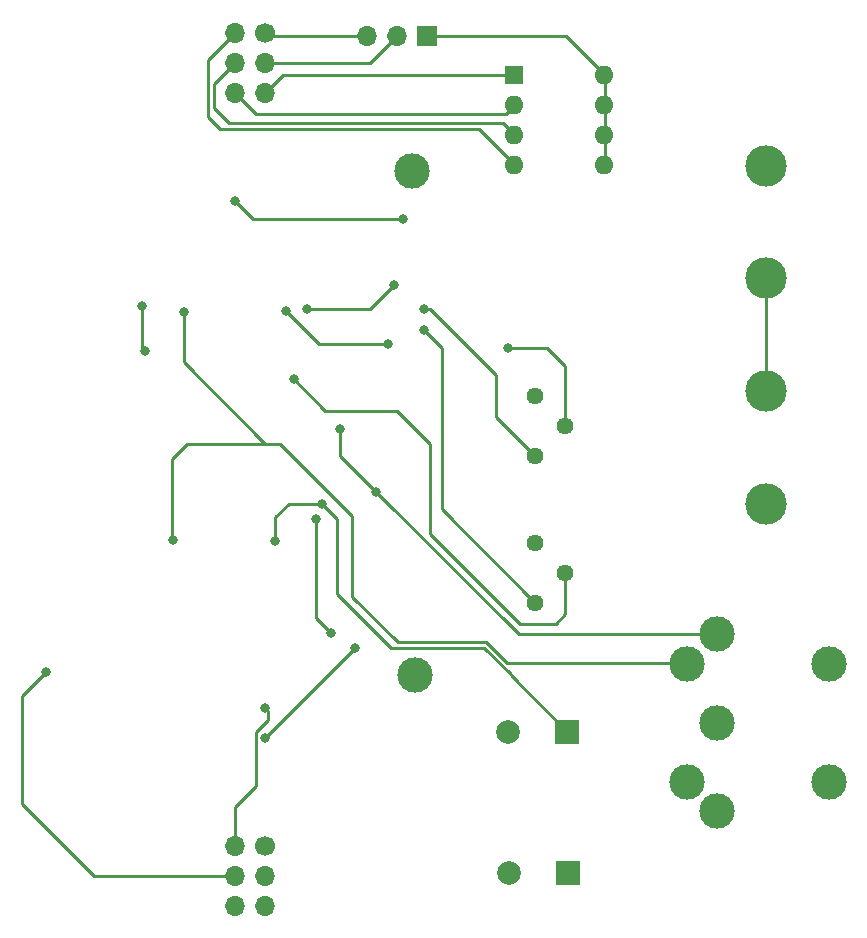
<source format=gbr>
%TF.GenerationSoftware,KiCad,Pcbnew,(7.0.0)*%
%TF.CreationDate,2024-02-23T19:06:02-08:00*%
%TF.ProjectId,Bottom_Board,426f7474-6f6d-45f4-926f-6172642e6b69,0*%
%TF.SameCoordinates,Original*%
%TF.FileFunction,Copper,L1,Top*%
%TF.FilePolarity,Positive*%
%FSLAX46Y46*%
G04 Gerber Fmt 4.6, Leading zero omitted, Abs format (unit mm)*
G04 Created by KiCad (PCBNEW (7.0.0)) date 2024-02-23 19:06:02*
%MOMM*%
%LPD*%
G01*
G04 APERTURE LIST*
%TA.AperFunction,ComponentPad*%
%ADD10C,1.700000*%
%TD*%
%TA.AperFunction,ComponentPad*%
%ADD11O,1.700000X1.700000*%
%TD*%
%TA.AperFunction,ComponentPad*%
%ADD12C,1.440000*%
%TD*%
%TA.AperFunction,ComponentPad*%
%ADD13C,3.500000*%
%TD*%
%TA.AperFunction,ComponentPad*%
%ADD14C,3.000000*%
%TD*%
%TA.AperFunction,ComponentPad*%
%ADD15R,1.600000X1.600000*%
%TD*%
%TA.AperFunction,ComponentPad*%
%ADD16O,1.600000X1.600000*%
%TD*%
%TA.AperFunction,ComponentPad*%
%ADD17R,2.000000X2.000000*%
%TD*%
%TA.AperFunction,ComponentPad*%
%ADD18C,2.000000*%
%TD*%
%TA.AperFunction,ComponentPad*%
%ADD19R,1.700000X1.700000*%
%TD*%
%TA.AperFunction,ViaPad*%
%ADD20C,0.800000*%
%TD*%
%TA.AperFunction,Conductor*%
%ADD21C,0.250000*%
%TD*%
G04 APERTURE END LIST*
D10*
%TO.P,J1,1,Pin_1*%
%TO.N,TX*%
X123698000Y-68326000D03*
D11*
%TO.P,J1,2,Pin_2*%
%TO.N,D44*%
X121157999Y-68325999D03*
%TO.P,J1,3,Pin_3*%
%TO.N,RX*%
X123697999Y-70865999D03*
%TO.P,J1,4,Pin_4*%
%TO.N,D43*%
X121157999Y-70865999D03*
%TO.P,J1,5,Pin_5*%
%TO.N,D10*%
X123697999Y-73405999D03*
%TO.P,J1,6,Pin_6*%
%TO.N,D11*%
X121157999Y-73405999D03*
%TD*%
D10*
%TO.P,J5,1,Pin_1*%
%TO.N,GND*%
X123698000Y-137160000D03*
D11*
%TO.P,J5,2,Pin_2*%
%TO.N,+3V0*%
X121157999Y-137159999D03*
%TO.P,J5,3,Pin_3*%
%TO.N,+5VD*%
X123697999Y-139699999D03*
%TO.P,J5,4,Pin_4*%
%TO.N,SDA*%
X121157999Y-139699999D03*
%TO.P,J5,5,Pin_5*%
%TO.N,GND*%
X123697999Y-142239999D03*
%TO.P,J5,6,Pin_6*%
%TO.N,SCL*%
X121157999Y-142239999D03*
%TD*%
D12*
%TO.P,RV1,1,1*%
%TO.N,Net-(R6-Pad1)*%
X146558000Y-104140000D03*
%TO.P,RV1,2,2*%
%TO.N,Net-(R22-Pad2)*%
X149098000Y-101600000D03*
%TO.P,RV1,3,3*%
%TO.N,Net-(R17-Pad2)*%
X146558000Y-99060000D03*
%TD*%
%TO.P,RV2,1,1*%
%TO.N,Net-(R8-Pad2)*%
X146573000Y-116586000D03*
%TO.P,RV2,2,2*%
%TO.N,Net-(R14-Pad2)*%
X149113000Y-114046000D03*
%TO.P,RV2,3,3*%
%TO.N,Net-(R18-Pad1)*%
X146573000Y-111506000D03*
%TD*%
D13*
%TO.P,J3,1,Pin_1*%
%TO.N,GND*%
X166082500Y-108195000D03*
%TO.P,J3,2,Pin_2*%
X166082500Y-98665000D03*
%TO.P,J3,3,Pin_3*%
X166082500Y-89135000D03*
%TO.P,J3,4,Pin_4*%
%TO.N,E23_INPUT*%
X166082500Y-79605000D03*
%TD*%
D14*
%TO.P,TP2,1,1*%
%TO.N,Net-(C8-Pad1)*%
X136398000Y-122682000D03*
%TD*%
%TO.P,TP1,1,1*%
%TO.N,Net-(U1D--)*%
X136144000Y-80010000D03*
%TD*%
D15*
%TO.P,SW1,1*%
%TO.N,D10*%
X144779999Y-71881999D03*
D16*
%TO.P,SW1,2*%
%TO.N,D11*%
X144779999Y-74421999D03*
%TO.P,SW1,3*%
%TO.N,D43*%
X144779999Y-76961999D03*
%TO.P,SW1,4*%
%TO.N,D44*%
X144779999Y-79501999D03*
%TO.P,SW1,5*%
%TO.N,GND*%
X152399999Y-79501999D03*
%TO.P,SW1,6*%
X152399999Y-76961999D03*
%TO.P,SW1,7*%
X152399999Y-74421999D03*
%TO.P,SW1,8*%
X152399999Y-71881999D03*
%TD*%
D17*
%TO.P,C1,1*%
%TO.N,+5VD*%
X149270322Y-127507999D03*
D18*
%TO.P,C1,2*%
%TO.N,GND*%
X144270323Y-127508000D03*
%TD*%
D14*
%TO.P,J4,1*%
%TO.N,GND*%
X161950000Y-119246000D03*
%TO.P,J4,2*%
X161950000Y-126746000D03*
%TO.P,J4,3*%
%TO.N,+5VD*%
X161950000Y-134246000D03*
%TO.P,J4,4*%
%TO.N,-5V*%
X159450000Y-121746000D03*
%TO.P,J4,5*%
%TO.N,+12V*%
X159450000Y-131746000D03*
%TO.P,J4,6*%
%TO.N,N/C*%
X171450000Y-121746000D03*
%TO.P,J4,7*%
X171450000Y-131746000D03*
%TD*%
D17*
%TO.P,C2,1*%
%TO.N,+5VD*%
X149351999Y-139445999D03*
D18*
%TO.P,C2,2*%
%TO.N,GND*%
X144352000Y-139446000D03*
%TD*%
D19*
%TO.P,J2,1,Pin_1*%
%TO.N,GND*%
X137398999Y-68579999D03*
D11*
%TO.P,J2,2,Pin_2*%
%TO.N,RX*%
X134858999Y-68579999D03*
%TO.P,J2,3,Pin_3*%
%TO.N,TX*%
X132318999Y-68579999D03*
%TD*%
D20*
%TO.N,+5VD*%
X128524000Y-108204000D03*
X134061200Y-94691200D03*
X125501400Y-91922600D03*
X124561600Y-111328200D03*
%TO.N,SDA*%
X105156000Y-122428000D03*
%TO.N,Net-(C8-Pad2)*%
X129286000Y-119126000D03*
X128016000Y-109474000D03*
%TO.N,Net-(C3-Pad2)*%
X134620000Y-89662000D03*
X127254000Y-91694000D03*
%TO.N,-5V*%
X115925600Y-111302800D03*
X116789200Y-91948000D03*
%TO.N,Net-(R6-Pad1)*%
X137160000Y-91694000D03*
%TO.N,Net-(R22-Pad2)*%
X144272000Y-94996000D03*
%TO.N,Net-(R8-Pad2)*%
X137160000Y-93472000D03*
%TO.N,AN0*%
X131318000Y-120396000D03*
X123698000Y-128016000D03*
%TO.N,+3V0*%
X123698000Y-125476000D03*
%TO.N,Net-(R14-Pad2)*%
X126111000Y-97663000D03*
%TO.N,Net-(U1C--)*%
X113538000Y-95250000D03*
X113284000Y-91440000D03*
X135382000Y-84074000D03*
X121158000Y-82550000D03*
%TO.N,GND*%
X133096000Y-107188000D03*
X130048000Y-101854000D03*
%TD*%
D21*
%TO.N,+5VD*%
X134366000Y-120396000D02*
X142240000Y-120396000D01*
X129794000Y-115824000D02*
X134366000Y-120396000D01*
X144485161Y-122722838D02*
X149270323Y-127508000D01*
X125730000Y-108204000D02*
X128524000Y-108204000D01*
X144485161Y-122641161D02*
X144485161Y-122722838D01*
X134061200Y-94691200D02*
X128270000Y-94691200D01*
X128270000Y-94691200D02*
X125501400Y-91922600D01*
X124561600Y-111328200D02*
X124561600Y-109372400D01*
X128524000Y-108204000D02*
X129794000Y-109474000D01*
X129794000Y-109474000D02*
X129794000Y-115824000D01*
X124561600Y-109372400D02*
X125730000Y-108204000D01*
X142240000Y-120396000D02*
X144485161Y-122641161D01*
%TO.N,SDA*%
X109220000Y-139700000D02*
X121158000Y-139700000D01*
X103124000Y-124460000D02*
X103124000Y-133604000D01*
X103124000Y-133604000D02*
X109220000Y-139700000D01*
X105156000Y-122428000D02*
X103124000Y-124460000D01*
%TO.N,D43*%
X143796500Y-75946000D02*
X120650000Y-75946000D01*
X120650000Y-75946000D02*
X119380000Y-74676000D01*
X144822500Y-76972000D02*
X143796500Y-75946000D01*
X119380000Y-72644000D02*
X121158000Y-70866000D01*
X119380000Y-74676000D02*
X119380000Y-72644000D01*
%TO.N,D44*%
X118872000Y-70612000D02*
X121158000Y-68326000D01*
X119888000Y-76454000D02*
X118872000Y-75438000D01*
X141764500Y-76454000D02*
X119888000Y-76454000D01*
X118872000Y-75438000D02*
X118872000Y-70612000D01*
X144822500Y-79512000D02*
X141764500Y-76454000D01*
%TO.N,TX*%
X132319000Y-68580000D02*
X123952000Y-68580000D01*
X123952000Y-68580000D02*
X123698000Y-68326000D01*
%TO.N,D10*%
X144822500Y-71892000D02*
X125212000Y-71892000D01*
X125212000Y-71892000D02*
X123698000Y-73406000D01*
%TO.N,D11*%
X144822500Y-74432000D02*
X144070500Y-75184000D01*
X122936000Y-75184000D02*
X121158000Y-73406000D01*
X144070500Y-75184000D02*
X122936000Y-75184000D01*
%TO.N,RX*%
X134859000Y-68580000D02*
X132573000Y-70866000D01*
X132573000Y-70866000D02*
X123698000Y-70866000D01*
%TO.N,Net-(C8-Pad2)*%
X129286000Y-119126000D02*
X128016000Y-117856000D01*
X128016000Y-117856000D02*
X128016000Y-109474000D01*
%TO.N,Net-(C3-Pad2)*%
X132588000Y-91694000D02*
X134620000Y-89662000D01*
X127254000Y-91694000D02*
X132588000Y-91694000D01*
%TO.N,-5V*%
X144146396Y-121666000D02*
X159370000Y-121666000D01*
X116789200Y-96215200D02*
X123698000Y-103124000D01*
X116789200Y-91948000D02*
X116789200Y-96215200D01*
X117094000Y-103124000D02*
X115824000Y-104394000D01*
X115925600Y-111302800D02*
X115824000Y-111201200D01*
X131064000Y-116078000D02*
X134932000Y-119946000D01*
X159370000Y-121666000D02*
X159450000Y-121746000D01*
X134932000Y-119946000D02*
X142426396Y-119946000D01*
X115824000Y-111201200D02*
X115824000Y-104394000D01*
X131064000Y-109220000D02*
X131064000Y-116078000D01*
X142426396Y-119946000D02*
X144146396Y-121666000D01*
X123698000Y-103124000D02*
X117094000Y-103124000D01*
X124968000Y-103124000D02*
X131064000Y-109220000D01*
X123698000Y-103124000D02*
X124968000Y-103124000D01*
%TO.N,Net-(R6-Pad1)*%
X143256000Y-97282000D02*
X143256000Y-100838000D01*
X137160000Y-91694000D02*
X137668000Y-91694000D01*
X143256000Y-100838000D02*
X146558000Y-104140000D01*
X137668000Y-91694000D02*
X143256000Y-97282000D01*
%TO.N,Net-(R22-Pad2)*%
X147574000Y-94996000D02*
X149098000Y-96520000D01*
X144272000Y-94996000D02*
X147574000Y-94996000D01*
X149098000Y-96520000D02*
X149098000Y-101600000D01*
%TO.N,Net-(R8-Pad2)*%
X137160000Y-93472000D02*
X138684000Y-94996000D01*
X138684000Y-94996000D02*
X138684000Y-108697000D01*
X138684000Y-108697000D02*
X146573000Y-116586000D01*
%TO.N,AN0*%
X123698000Y-128016000D02*
X131318000Y-120396000D01*
%TO.N,+3V0*%
X123952000Y-125730000D02*
X123952000Y-126492000D01*
X123952000Y-126492000D02*
X122936000Y-127508000D01*
X123698000Y-125476000D02*
X123952000Y-125730000D01*
X122936000Y-127508000D02*
X122936000Y-132080000D01*
X122936000Y-132080000D02*
X121158000Y-133858000D01*
X121158000Y-133858000D02*
X121158000Y-137160000D01*
%TO.N,Net-(R14-Pad2)*%
X148336000Y-118364000D02*
X149113000Y-117587000D01*
X128778000Y-100330000D02*
X134874000Y-100330000D01*
X137668000Y-103124000D02*
X137668000Y-110744000D01*
X145288000Y-118364000D02*
X148336000Y-118364000D01*
X134874000Y-100330000D02*
X137668000Y-103124000D01*
X126111000Y-97663000D02*
X128778000Y-100330000D01*
X149113000Y-117587000D02*
X149113000Y-114046000D01*
X137668000Y-110744000D02*
X145288000Y-118364000D01*
%TO.N,Net-(U1C--)*%
X113284000Y-94996000D02*
X113538000Y-95250000D01*
X113284000Y-91440000D02*
X113284000Y-94996000D01*
X135382000Y-84074000D02*
X122682000Y-84074000D01*
X122682000Y-84074000D02*
X121158000Y-82550000D01*
%TO.N,GND*%
X152442500Y-79512000D02*
X152442500Y-76972000D01*
X130048000Y-101854000D02*
X130048000Y-104140000D01*
X152442500Y-74432000D02*
X152442500Y-71892000D01*
X149130500Y-68580000D02*
X152442500Y-71892000D01*
X145154000Y-119246000D02*
X133096000Y-107188000D01*
X130048000Y-104140000D02*
X133096000Y-107188000D01*
X152442500Y-76972000D02*
X152442500Y-74432000D01*
X161950000Y-119246000D02*
X145154000Y-119246000D01*
X166082500Y-98665000D02*
X166082500Y-89135000D01*
X137399000Y-68580000D02*
X149130500Y-68580000D01*
%TD*%
M02*

</source>
